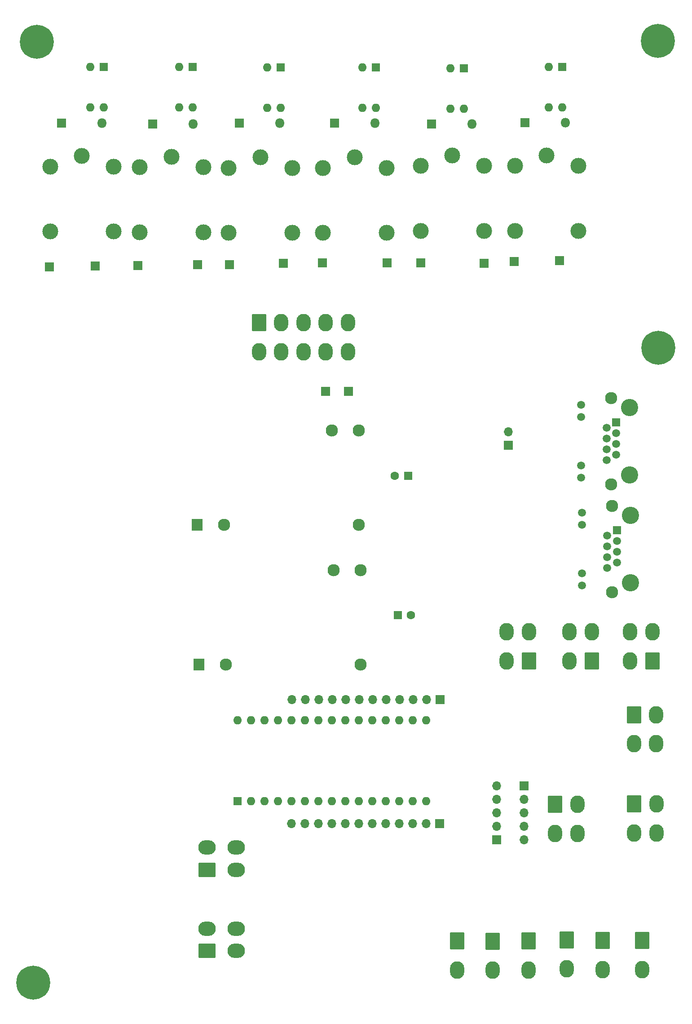
<source format=gbs>
%TF.GenerationSoftware,KiCad,Pcbnew,6.0.5-a6ca702e91~116~ubuntu20.04.1*%
%TF.CreationDate,2022-07-08T00:26:13+03:00*%
%TF.ProjectId,kolos_system_2022,6b6f6c6f-735f-4737-9973-74656d5f3230,rev?*%
%TF.SameCoordinates,Original*%
%TF.FileFunction,Soldermask,Bot*%
%TF.FilePolarity,Negative*%
%FSLAX46Y46*%
G04 Gerber Fmt 4.6, Leading zero omitted, Abs format (unit mm)*
G04 Created by KiCad (PCBNEW 6.0.5-a6ca702e91~116~ubuntu20.04.1) date 2022-07-08 00:26:13*
%MOMM*%
%LPD*%
G01*
G04 APERTURE LIST*
G04 Aperture macros list*
%AMRoundRect*
0 Rectangle with rounded corners*
0 $1 Rounding radius*
0 $2 $3 $4 $5 $6 $7 $8 $9 X,Y pos of 4 corners*
0 Add a 4 corners polygon primitive as box body*
4,1,4,$2,$3,$4,$5,$6,$7,$8,$9,$2,$3,0*
0 Add four circle primitives for the rounded corners*
1,1,$1+$1,$2,$3*
1,1,$1+$1,$4,$5*
1,1,$1+$1,$6,$7*
1,1,$1+$1,$8,$9*
0 Add four rect primitives between the rounded corners*
20,1,$1+$1,$2,$3,$4,$5,0*
20,1,$1+$1,$4,$5,$6,$7,0*
20,1,$1+$1,$6,$7,$8,$9,0*
20,1,$1+$1,$8,$9,$2,$3,0*%
G04 Aperture macros list end*
%ADD10R,1.700000X1.700000*%
%ADD11O,1.700000X1.700000*%
%ADD12C,3.250000*%
%ADD13R,1.500000X1.500000*%
%ADD14C,1.500000*%
%ADD15C,2.300000*%
%ADD16RoundRect,0.250001X-1.099999X-1.399999X1.099999X-1.399999X1.099999X1.399999X-1.099999X1.399999X0*%
%ADD17O,2.700000X3.300000*%
%ADD18R,2.000000X2.300000*%
%ADD19R,1.600000X1.600000*%
%ADD20O,1.600000X1.600000*%
%ADD21RoundRect,0.250001X1.099999X1.399999X-1.099999X1.399999X-1.099999X-1.399999X1.099999X-1.399999X0*%
%ADD22C,6.400000*%
%ADD23RoundRect,0.250001X1.399999X-1.099999X1.399999X1.099999X-1.399999X1.099999X-1.399999X-1.099999X0*%
%ADD24O,3.300000X2.700000*%
%ADD25R,1.800000X1.800000*%
%ADD26O,1.800000X1.800000*%
%ADD27C,3.000000*%
%ADD28C,1.600000*%
G04 APERTURE END LIST*
D10*
%TO.C,Jgnd1*%
X128499000Y-191613000D03*
D11*
X128499000Y-189073000D03*
X128499000Y-186533000D03*
X128499000Y-183993000D03*
X128499000Y-181453000D03*
%TD*%
D12*
%TO.C,J19*%
X153672000Y-143260000D03*
X153672000Y-130560000D03*
D13*
X151132000Y-133350000D03*
D14*
X149352000Y-134366000D03*
X151132000Y-135382000D03*
X149352000Y-136398000D03*
X151132000Y-137414000D03*
X149352000Y-138430000D03*
X151132000Y-139446000D03*
X149352000Y-140462000D03*
X144532000Y-130050000D03*
X144532000Y-132340000D03*
X144532000Y-141480000D03*
X144532000Y-143770000D03*
D15*
X150242000Y-128780000D03*
X150242000Y-145040000D03*
%TD*%
D12*
%TO.C,J18*%
X153543000Y-122940000D03*
X153543000Y-110240000D03*
D13*
X151003000Y-113030000D03*
D14*
X149223000Y-114046000D03*
X151003000Y-115062000D03*
X149223000Y-116078000D03*
X151003000Y-117094000D03*
X149223000Y-118110000D03*
X151003000Y-119126000D03*
X149223000Y-120142000D03*
X144403000Y-109730000D03*
X144403000Y-112020000D03*
X144403000Y-121160000D03*
X144403000Y-123450000D03*
D15*
X150113000Y-108460000D03*
X150113000Y-124720000D03*
%TD*%
D10*
%TO.C,J5v1*%
X133629000Y-181513000D03*
D11*
X133629000Y-184053000D03*
X133629000Y-186593000D03*
X133629000Y-189133000D03*
X133629000Y-191673000D03*
%TD*%
D10*
%TO.C,J2*%
X100584000Y-107188000D03*
%TD*%
%TO.C,J1*%
X96266000Y-107188000D03*
%TD*%
D16*
%TO.C,I2C-3*%
X154364000Y-168073000D03*
D17*
X158564000Y-168073000D03*
X154364000Y-173573000D03*
X158564000Y-173573000D03*
%TD*%
D10*
%TO.C,SW1*%
X130683000Y-117348000D03*
D11*
X130683000Y-114808000D03*
%TD*%
D10*
%TO.C,rel2-NC1*%
X126111000Y-83058000D03*
%TD*%
%TO.C,rel3-NC1*%
X107823000Y-82931000D03*
%TD*%
D18*
%TO.C,PS2*%
X72390000Y-158607500D03*
D15*
X77470000Y-158607500D03*
X97790000Y-140827500D03*
X102870000Y-140827500D03*
X102870000Y-158607500D03*
%TD*%
D10*
%TO.C,Ja2*%
X117856000Y-165227000D03*
D11*
X115316000Y-165227000D03*
X112776000Y-165227000D03*
X110236000Y-165227000D03*
X107696000Y-165227000D03*
X105156000Y-165227000D03*
X102616000Y-165227000D03*
X100076000Y-165227000D03*
X97536000Y-165227000D03*
X94996000Y-165227000D03*
X92456000Y-165227000D03*
X89916000Y-165227000D03*
%TD*%
D19*
%TO.C,U1*%
X140848000Y-45984000D03*
D20*
X138308000Y-45984000D03*
X138308000Y-53604000D03*
X140848000Y-53604000D03*
%TD*%
D16*
%TO.C,AIN_6*%
X155913000Y-210582000D03*
D17*
X155913000Y-216082000D03*
%TD*%
D21*
%TO.C,1WIRE2*%
X146440000Y-157988000D03*
D17*
X142240000Y-157988000D03*
X146440000Y-152488000D03*
X142240000Y-152488000D03*
%TD*%
D22*
%TO.C,H4*%
X158877000Y-41148000D03*
%TD*%
D16*
%TO.C,AIN_3*%
X134493000Y-210709000D03*
D17*
X134493000Y-216209000D03*
%TD*%
D10*
%TO.C,rel1-NC1*%
X140335000Y-82550000D03*
%TD*%
%TO.C,rel6-NC1*%
X52832000Y-83566000D03*
%TD*%
D19*
%TO.C,A1*%
X79629000Y-184394000D03*
D20*
X82169000Y-184394000D03*
X84709000Y-184394000D03*
X87249000Y-184394000D03*
X89789000Y-184394000D03*
X92329000Y-184394000D03*
X94869000Y-184394000D03*
X97409000Y-184394000D03*
X99949000Y-184394000D03*
X102489000Y-184394000D03*
X105029000Y-184394000D03*
X107569000Y-184394000D03*
X110109000Y-184394000D03*
X112649000Y-184394000D03*
X115189000Y-184394000D03*
X115189000Y-169154000D03*
X112649000Y-169154000D03*
X110109000Y-169154000D03*
X107569000Y-169154000D03*
X105029000Y-169154000D03*
X102489000Y-169154000D03*
X99949000Y-169154000D03*
X97409000Y-169154000D03*
X94869000Y-169154000D03*
X92329000Y-169154000D03*
X89789000Y-169154000D03*
X87249000Y-169154000D03*
X84709000Y-169154000D03*
X82169000Y-169154000D03*
X79629000Y-169154000D03*
%TD*%
D16*
%TO.C,AIN_1*%
X121031000Y-210709000D03*
D17*
X121031000Y-216209000D03*
%TD*%
D23*
%TO.C,DHT_2*%
X73914000Y-212598000D03*
D24*
X73914000Y-208398000D03*
X79414000Y-212598000D03*
X79414000Y-208398000D03*
%TD*%
D19*
%TO.C,U6*%
X54361000Y-45984000D03*
D20*
X51821000Y-45984000D03*
X51821000Y-53604000D03*
X54361000Y-53604000D03*
%TD*%
D21*
%TO.C,1WIRE1*%
X134570000Y-157988000D03*
D17*
X130370000Y-157988000D03*
X134570000Y-152488000D03*
X130370000Y-152488000D03*
%TD*%
D10*
%TO.C,rel4-NC1*%
X88265000Y-83058000D03*
%TD*%
%TO.C,rel2-NO1*%
X114173000Y-82931000D03*
%TD*%
D16*
%TO.C,J29*%
X83666000Y-94195000D03*
D17*
X87866000Y-94195000D03*
X92066000Y-94195000D03*
X96266000Y-94195000D03*
X100466000Y-94195000D03*
X83666000Y-99695000D03*
X87866000Y-99695000D03*
X92066000Y-99695000D03*
X96266000Y-99695000D03*
X100466000Y-99695000D03*
%TD*%
D16*
%TO.C,AIN_5*%
X148463000Y-210582000D03*
D17*
X148463000Y-216082000D03*
%TD*%
D25*
%TO.C,DR1*%
X133858000Y-56515000D03*
D26*
X141478000Y-56515000D03*
%TD*%
D10*
%TO.C,rel5-NC1*%
X60833000Y-83439000D03*
%TD*%
D22*
%TO.C,H1*%
X159004000Y-98933000D03*
%TD*%
D27*
%TO.C,K2*%
X114142000Y-64689000D03*
X120142000Y-62689000D03*
X114142000Y-76889000D03*
X126142000Y-76889000D03*
X126142000Y-64689000D03*
%TD*%
D25*
%TO.C,DR6*%
X46482000Y-56642000D03*
D26*
X54102000Y-56642000D03*
%TD*%
D19*
%TO.C,U5*%
X71125000Y-45984000D03*
D20*
X68585000Y-45984000D03*
X68585000Y-53604000D03*
X71125000Y-53604000D03*
%TD*%
D18*
%TO.C,PS1*%
X72009000Y-132318500D03*
D15*
X77089000Y-132318500D03*
X97409000Y-114538500D03*
X102489000Y-114538500D03*
X102489000Y-132318500D03*
%TD*%
D21*
%TO.C,1WIRE3*%
X157870000Y-157988000D03*
D17*
X153670000Y-157988000D03*
X157870000Y-152488000D03*
X153670000Y-152488000D03*
%TD*%
D27*
%TO.C,K4*%
X77947000Y-65070000D03*
X83947000Y-63070000D03*
X77947000Y-77270000D03*
X89947000Y-77270000D03*
X89947000Y-65070000D03*
%TD*%
D19*
%TO.C,C4*%
X109845349Y-149352000D03*
D28*
X112345349Y-149352000D03*
%TD*%
D19*
%TO.C,U4*%
X87762000Y-46111000D03*
D20*
X85222000Y-46111000D03*
X85222000Y-53731000D03*
X87762000Y-53731000D03*
%TD*%
D16*
%TO.C,AIN_4*%
X141732000Y-210491000D03*
D17*
X141732000Y-215991000D03*
%TD*%
D27*
%TO.C,K1*%
X131922000Y-64689000D03*
X137922000Y-62689000D03*
X131922000Y-76889000D03*
X143922000Y-76889000D03*
X143922000Y-64689000D03*
%TD*%
D10*
%TO.C,rel6-NO1*%
X44196000Y-83693000D03*
%TD*%
D25*
%TO.C,DR4*%
X80010000Y-56642000D03*
D26*
X87630000Y-56642000D03*
%TD*%
D10*
%TO.C,rel1-NO1*%
X131826000Y-82677000D03*
%TD*%
D16*
%TO.C,AIN_2*%
X127762000Y-210745000D03*
D17*
X127762000Y-216245000D03*
%TD*%
D16*
%TO.C,I2C-2*%
X154423000Y-184912000D03*
D17*
X158623000Y-184912000D03*
X154423000Y-190412000D03*
X158623000Y-190412000D03*
%TD*%
D22*
%TO.C,H3*%
X41148000Y-218567000D03*
%TD*%
D25*
%TO.C,DR3*%
X97917000Y-56642000D03*
D26*
X105537000Y-56642000D03*
%TD*%
D10*
%TO.C,Ja1*%
X117729000Y-188595000D03*
D11*
X115189000Y-188595000D03*
X112649000Y-188595000D03*
X110109000Y-188595000D03*
X107569000Y-188595000D03*
X105029000Y-188595000D03*
X102489000Y-188595000D03*
X99949000Y-188595000D03*
X97409000Y-188595000D03*
X94869000Y-188595000D03*
X92329000Y-188595000D03*
X89789000Y-188595000D03*
%TD*%
D19*
%TO.C,U2*%
X122306000Y-46238000D03*
D20*
X119766000Y-46238000D03*
X119766000Y-53858000D03*
X122306000Y-53858000D03*
%TD*%
D23*
%TO.C,DHT_1*%
X73839000Y-197299000D03*
D24*
X73839000Y-193099000D03*
X79339000Y-197299000D03*
X79339000Y-193099000D03*
%TD*%
D10*
%TO.C,rel3-NO1*%
X95631000Y-82931000D03*
%TD*%
D25*
%TO.C,DR2*%
X116205000Y-56769000D03*
D26*
X123825000Y-56769000D03*
%TD*%
D25*
%TO.C,DR5*%
X63627000Y-56769000D03*
D26*
X71247000Y-56769000D03*
%TD*%
D10*
%TO.C,rel4-NO1*%
X78105000Y-83312000D03*
%TD*%
D19*
%TO.C,U3*%
X105669000Y-46111000D03*
D20*
X103129000Y-46111000D03*
X103129000Y-53731000D03*
X105669000Y-53731000D03*
%TD*%
D10*
%TO.C,rel5-NO1*%
X72136000Y-83312000D03*
%TD*%
D22*
%TO.C,H2*%
X41783000Y-41275000D03*
%TD*%
D16*
%TO.C,I2C-1*%
X139505000Y-184964000D03*
D17*
X143705000Y-184964000D03*
X139505000Y-190464000D03*
X143705000Y-190464000D03*
%TD*%
D27*
%TO.C,K5*%
X61183000Y-64943000D03*
X67183000Y-62943000D03*
X61183000Y-77143000D03*
X73183000Y-77143000D03*
X73183000Y-64943000D03*
%TD*%
%TO.C,K6*%
X44292000Y-64816000D03*
X50292000Y-62816000D03*
X44292000Y-77016000D03*
X56292000Y-77016000D03*
X56292000Y-64816000D03*
%TD*%
%TO.C,K3*%
X95727000Y-65070000D03*
X101727000Y-63070000D03*
X95727000Y-77270000D03*
X107727000Y-77270000D03*
X107727000Y-65070000D03*
%TD*%
D19*
%TO.C,C2*%
X111769651Y-123063000D03*
D28*
X109269651Y-123063000D03*
%TD*%
M02*

</source>
